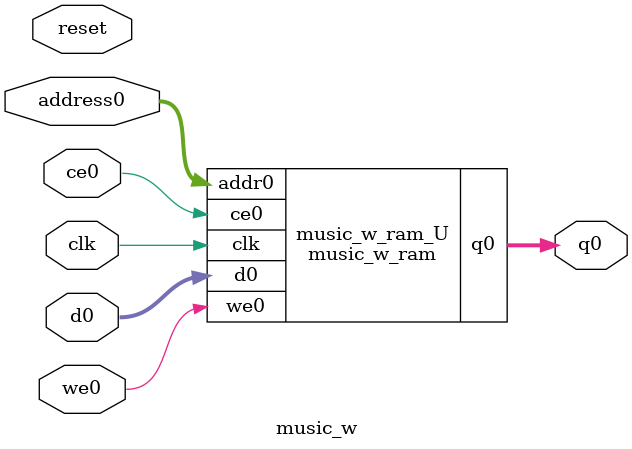
<source format=v>
`timescale 1 ns / 1 ps
module music_w_ram (addr0, ce0, d0, we0, q0,  clk);

parameter DWIDTH = 32;
parameter AWIDTH = 9;
parameter MEM_SIZE = 361;

input[AWIDTH-1:0] addr0;
input ce0;
input[DWIDTH-1:0] d0;
input we0;
output reg[DWIDTH-1:0] q0;
input clk;

(* ram_style = "block" *)reg [DWIDTH-1:0] ram[0:MEM_SIZE-1];




always @(posedge clk)  
begin 
    if (ce0) 
    begin
        if (we0) 
        begin 
            ram[addr0] <= d0; 
        end 
        q0 <= ram[addr0];
    end
end


endmodule

`timescale 1 ns / 1 ps
module music_w(
    reset,
    clk,
    address0,
    ce0,
    we0,
    d0,
    q0);

parameter DataWidth = 32'd32;
parameter AddressRange = 32'd361;
parameter AddressWidth = 32'd9;
input reset;
input clk;
input[AddressWidth - 1:0] address0;
input ce0;
input we0;
input[DataWidth - 1:0] d0;
output[DataWidth - 1:0] q0;



music_w_ram music_w_ram_U(
    .clk( clk ),
    .addr0( address0 ),
    .ce0( ce0 ),
    .we0( we0 ),
    .d0( d0 ),
    .q0( q0 ));

endmodule


</source>
